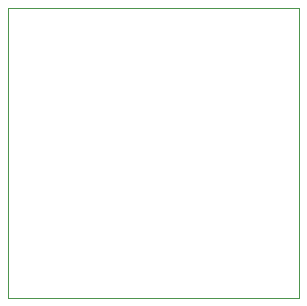
<source format=gm1>
G04 #@! TF.GenerationSoftware,KiCad,Pcbnew,7.0.7*
G04 #@! TF.CreationDate,2024-04-01T23:39:44-04:00*
G04 #@! TF.ProjectId,sensor_node,73656e73-6f72-45f6-9e6f-64652e6b6963,rev?*
G04 #@! TF.SameCoordinates,Original*
G04 #@! TF.FileFunction,Profile,NP*
%FSLAX46Y46*%
G04 Gerber Fmt 4.6, Leading zero omitted, Abs format (unit mm)*
G04 Created by KiCad (PCBNEW 7.0.7) date 2024-04-01 23:39:44*
%MOMM*%
%LPD*%
G01*
G04 APERTURE LIST*
G04 #@! TA.AperFunction,Profile*
%ADD10C,0.100000*%
G04 #@! TD*
G04 APERTURE END LIST*
D10*
X114900000Y-91400001D02*
X90249999Y-91400000D01*
X90249999Y-66850002D01*
X114899999Y-66849999D01*
X114900000Y-91400001D01*
M02*

</source>
